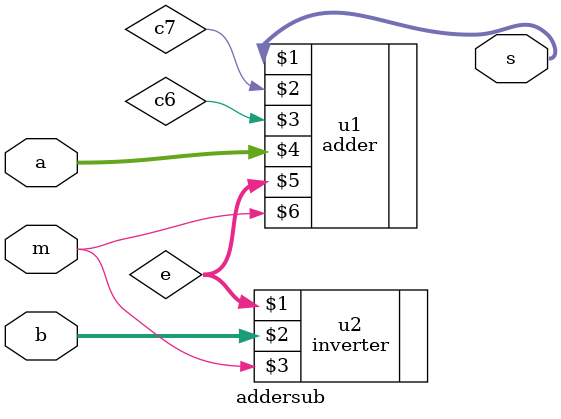
<source format=v>
`include "inverter.v"
`include "adder.v"
module addersub
(
 output [7:0] s,
input  [7:0] a,b,
input m
);
wire [7:0] e;
wire c6, c7;
//assign ovf = c7 ^ c6;

adder u1(s, c7, c6, a, e, m);
inverter u2(e, b, m);
endmodule

</source>
